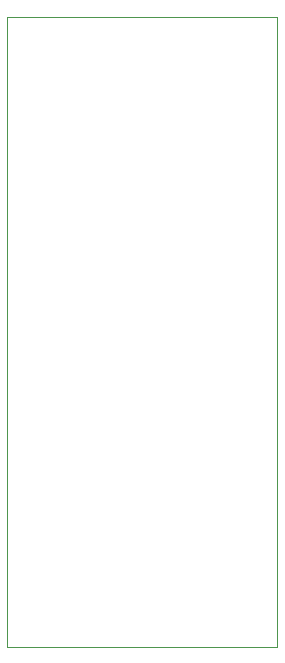
<source format=gm1>
G04 #@! TF.GenerationSoftware,KiCad,Pcbnew,7.0.7*
G04 #@! TF.CreationDate,2023-09-03T21:09:51-04:00*
G04 #@! TF.ProjectId,sfp-snoop,7366702d-736e-46f6-9f70-2e6b69636164,rev?*
G04 #@! TF.SameCoordinates,Original*
G04 #@! TF.FileFunction,Profile,NP*
%FSLAX46Y46*%
G04 Gerber Fmt 4.6, Leading zero omitted, Abs format (unit mm)*
G04 Created by KiCad (PCBNEW 7.0.7) date 2023-09-03 21:09:51*
%MOMM*%
%LPD*%
G01*
G04 APERTURE LIST*
G04 #@! TA.AperFunction,Profile*
%ADD10C,0.100000*%
G04 #@! TD*
G04 APERTURE END LIST*
D10*
X127000000Y-60960000D02*
X149860000Y-60960000D01*
X149860000Y-114300000D01*
X127000000Y-114300000D01*
X127000000Y-60960000D01*
M02*

</source>
